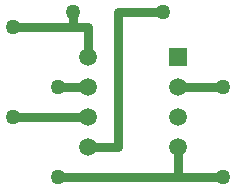
<source format=gbr>
G04*
G04 GERBER (RE)GENERATED BY FLATCAM v8.992 - www.flatcam.org - Version Date: 2020/05/01*
G04 Filename: test.gbr*
G04 Created on : Friday, 01 May 2020 at 17:03*
%INBottom.gbr*%
%MOMM*%
%ADD13C,0.8*%
%ADD14C,1.27*%
%ADD15C,1.27*%
%ADD16R,1.5X1.5*%
%ADD17C,1.5*%
%FSLAX53Y53*%
G04*
G71*
G90*
G75*
G01*
%LNBottom*%
%LPD*%
X20779Y24462D2*
D13*
Y27002D1*
X18229D1*
X14429D1*
X18229D2*
X19509D1*
Y28272D1*
X32209Y14302D2*
X28399D1*
Y16842D1*
Y14302D2*
X18239D1*
X20779Y16842D2*
X23329D1*
Y28272D1*
X27129D1*
X20779Y19382D2*
X14429D1*
X20779Y21922D2*
X18239D1*
X28399D2*
X32209D1*
D14*
X27129Y28272D3*
D15*
X19509D3*
D14*
X14429Y19382D3*
D15*
Y27002D3*
D14*
X18239Y21922D3*
D15*
Y14302D3*
D14*
X32209Y21922D3*
D15*
Y14302D3*
D16*
X28399Y24462D3*
D17*
Y21922D3*
Y19382D3*
Y16842D3*
X20779D3*
Y19382D3*
Y21922D3*
Y24462D3*
M02*

</source>
